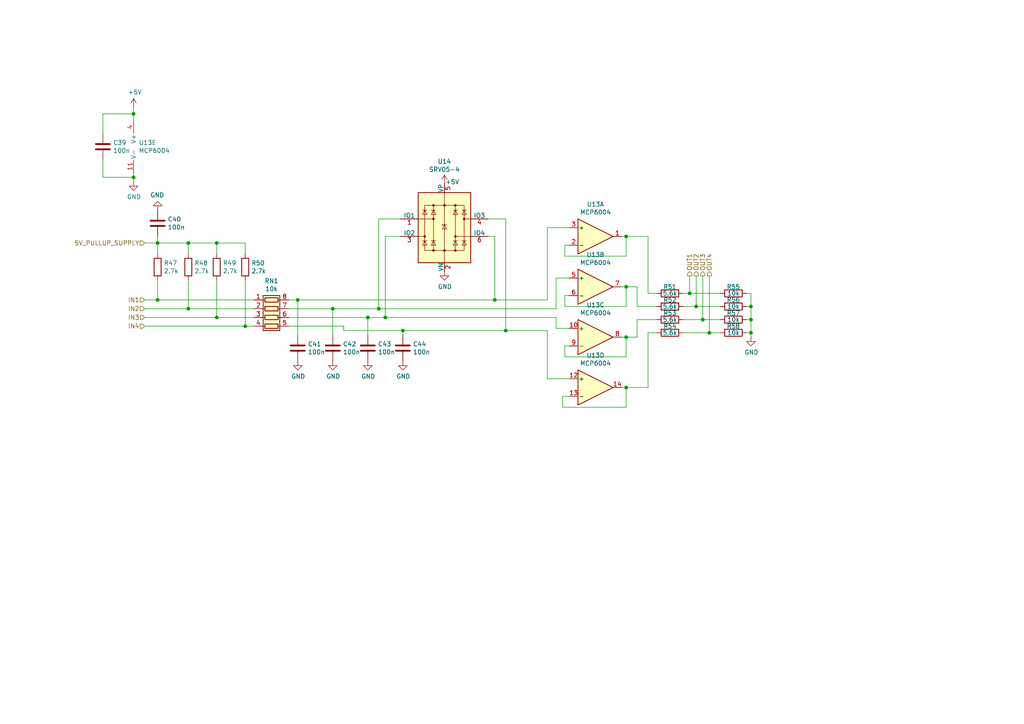
<source format=kicad_sch>
(kicad_sch (version 20250114) (generator "eeschema") (generator_version "9.0")
  (paper "A4")
  (title_block (title "rusEfi Proteus") (date "2022-04-09") (rev "v0.7") (company "rusEFI") (comment 1 "github.com/mck1117/proteus") (comment 2 "rusefi.com/s/proteus"))
  (lib_symbols
    (symbol "Amplifier_Operational:MCP6004" (pin_names (offset 0.127))
      (property "Reference" "U" (at 0 5.08 0))
      (property "Value" "MCP6004" (at 0 -5.08 0))
      (symbol "MCP6004_1_1"
        (polyline (pts (xy -5.08 5.08) (xy 5.08 0) (xy -5.08 -5.08) (xy -5.08 5.08)) (stroke (width 0.254)) (fill (type background)))
        (pin input line (at -7.62 2.54 0) (length 2.54) (name "+") (number "3"))
        (pin input line (at -7.62 -2.54 0) (length 2.54) (name "-") (number "2"))
        (pin output line (at 7.62 0 180) (length 2.54) (name "~") (number "1"))
      )
      (symbol "MCP6004_2_1"
        (polyline (pts (xy -5.08 5.08) (xy 5.08 0) (xy -5.08 -5.08) (xy -5.08 5.08)) (stroke (width 0.254)) (fill (type background)))
        (pin input line (at -7.62 2.54 0) (length 2.54) (name "+") (number "5"))
        (pin input line (at -7.62 -2.54 0) (length 2.54) (name "-") (number "6"))
        (pin output line (at 7.62 0 180) (length 2.54) (name "~") (number "7"))
      )
      (symbol "MCP6004_3_1"
        (polyline (pts (xy -5.08 5.08) (xy 5.08 0) (xy -5.08 -5.08) (xy -5.08 5.08)) (stroke (width 0.254)) (fill (type background)))
        (pin input line (at -7.62 2.54 0) (length 2.54) (name "+") (number "10"))
        (pin input line (at -7.62 -2.54 0) (length 2.54) (name "-") (number "9"))
        (pin output line (at 7.62 0 180) (length 2.54) (name "~") (number "8"))
      )
      (symbol "MCP6004_4_1"
        (polyline (pts (xy -5.08 5.08) (xy 5.08 0) (xy -5.08 -5.08) (xy -5.08 5.08)) (stroke (width 0.254)) (fill (type background)))
        (pin input line (at -7.62 2.54 0) (length 2.54) (name "+") (number "12"))
        (pin input line (at -7.62 -2.54 0) (length 2.54) (name "-") (number "13"))
        (pin output line (at 7.62 0 180) (length 2.54) (name "~") (number "14"))
      )
      (symbol "MCP6004_5_1"
        (pin power_in line (at -2.54 7.62 270) (length 3.81) (name "V+") (number "4"))
        (pin power_in line (at -2.54 -7.62 90) (length 3.81) (name "V-") (number "11"))
      )
    )
    (symbol "Device:C" (pin_numbers (hide yes)) (pin_names (offset 0.254))
      (property "Reference" "C" (at 0.635 2.54 0))
      (property "Value" "C" (at 0.635 -2.54 0))
      (symbol "C_0_1"
        (polyline (pts (xy -2.032 0.762) (xy 2.032 0.762)) (stroke (width 0.508)))
        (polyline (pts (xy -2.032 -0.762) (xy 2.032 -0.762)) (stroke (width 0.508)))
      )
      (symbol "C_1_1"
        (pin passive line (at 0 3.81 270) (length 2.794) (name "~") (number "1"))
        (pin passive line (at 0 -3.81 90) (length 2.794) (name "~") (number "2"))
      )
    )
    (symbol "Device:R" (pin_numbers (hide yes)) (pin_names (offset 0))
      (property "Reference" "R" (at 2.032 0 90))
      (property "Value" "R" (at 0 0 90))
      (symbol "R_0_1"
        (rectangle (start -1.016 -2.54) (end 1.016 2.54) (stroke (width 0.254)))
      )
      (symbol "R_1_1"
        (pin passive line (at 0 3.81 270) (length 1.27) (name "~") (number "1"))
        (pin passive line (at 0 -3.81 90) (length 1.27) (name "~") (number "2"))
      )
    )
    (symbol "Device:R_Pack04" (pin_names (offset 0) (hide yes))
      (property "Reference" "RN" (at -7.62 0 90))
      (property "Value" "R_Pack04" (at 5.08 0 90))
      (symbol "R_Pack04_0_1"
        (rectangle (start -6.35 -2.413) (end 3.81 2.413) (stroke (width 0.254)) (fill (type background)))
        (rectangle (start -5.715 1.905) (end -4.445 -1.905) (stroke (width 0.254)))
        (polyline (pts (xy -5.08 1.905) (xy -5.08 2.54)))
        (polyline (pts (xy -5.08 -2.54) (xy -5.08 -1.905)))
        (rectangle (start -3.175 1.905) (end -1.905 -1.905) (stroke (width 0.254)))
        (polyline (pts (xy -2.54 1.905) (xy -2.54 2.54)))
        (polyline (pts (xy -2.54 -2.54) (xy -2.54 -1.905)))
        (rectangle (start -0.635 1.905) (end 0.635 -1.905) (stroke (width 0.254)))
        (polyline (pts (xy 0 1.905) (xy 0 2.54)))
        (polyline (pts (xy 0 -2.54) (xy 0 -1.905)))
        (rectangle (start 1.905 1.905) (end 3.175 -1.905) (stroke (width 0.254)))
        (polyline (pts (xy 2.54 1.905) (xy 2.54 2.54)))
        (polyline (pts (xy 2.54 -2.54) (xy 2.54 -1.905)))
      )
      (symbol "R_Pack04_1_1"
        (pin passive line (at -5.08 5.08 270) (length 2.54) (name "R1.2") (number "8"))
        (pin passive line (at -5.08 -5.08 90) (length 2.54) (name "R1.1") (number "1"))
        (pin passive line (at -2.54 5.08 270) (length 2.54) (name "R2.2") (number "7"))
        (pin passive line (at -2.54 -5.08 90) (length 2.54) (name "R2.1") (number "2"))
        (pin passive line (at 0 5.08 270) (length 2.54) (name "R3.2") (number "6"))
        (pin passive line (at 0 -5.08 90) (length 2.54) (name "R3.1") (number "3"))
        (pin passive line (at 2.54 5.08 270) (length 2.54) (name "R4.2") (number "5"))
        (pin passive line (at 2.54 -5.08 90) (length 2.54) (name "R4.1") (number "4"))
      )
    )
    (symbol "Power_Protection:SRV05-4" (pin_names (offset 0))
      (property "Reference" "U" (at -5.08 11.43 0))
      (property "Value" "SRV05-4" (at 2.54 11.43 0))
      (symbol "SRV05-4_0_0"
        (rectangle (start -5.715 6.477) (end 5.715 -6.604))
        (polyline (pts (xy -3.175 -6.604) (xy -3.175 6.477)))
        (polyline (pts (xy 3.175 6.477) (xy 3.175 -6.604)))
      )
      (symbol "SRV05-4_0_1"
        (polyline (pts (xy -7.747 2.54) (xy -3.175 2.54)))
        (rectangle (start -7.62 10.16) (end 7.62 -10.16) (stroke (width 0.254)) (fill (type background)))
        (polyline (pts (xy -7.62 -2.54) (xy -5.715 -2.54)))
        (circle (center -5.715 -2.54) (radius 0.2794) (fill (type outline)))
        (polyline (pts (xy -5.08 5.08) (xy -6.35 5.08)))
        (polyline (pts (xy -5.08 3.81) (xy -6.35 3.81) (xy -5.715 5.08) (xy -5.08 3.81)))
        (polyline (pts (xy -5.08 -3.81) (xy -6.35 -3.81)))
        (polyline (pts (xy -5.08 -5.08) (xy -6.35 -5.08) (xy -5.715 -3.81) (xy -5.08 -5.08)))
        (circle (center -3.175 6.477) (radius 0.2794) (fill (type outline)))
        (circle (center -3.175 2.54) (radius 0.2794) (fill (type outline)))
        (circle (center -3.175 -6.604) (radius 0.2794) (fill (type outline)))
        (polyline (pts (xy -2.54 5.08) (xy -3.81 5.08)))
        (polyline (pts (xy -2.54 3.81) (xy -3.81 3.81) (xy -3.175 5.08) (xy -2.54 3.81)))
        (polyline (pts (xy -2.54 -3.81) (xy -3.81 -3.81)))
        (polyline (pts (xy -2.54 -5.08) (xy -3.81 -5.08) (xy -3.175 -3.81) (xy -2.54 -5.08)))
        (polyline (pts (xy 0 10.16) (xy 0 -10.16)))
        (circle (center 0 6.477) (radius 0.2794) (fill (type outline)))
        (circle (center 0 -6.604) (radius 0.2794) (fill (type outline)))
        (polyline (pts (xy 0.635 0.889) (xy -0.635 0.889) (xy -0.635 0.635)))
        (polyline (pts (xy 0.635 -0.381) (xy -0.635 -0.381) (xy 0 0.889) (xy 0.635 -0.381)))
        (circle (center 3.175 6.477) (radius 0.2794) (fill (type outline)))
        (circle (center 3.175 -2.54) (radius 0.2794) (fill (type outline)))
        (circle (center 3.175 -6.604) (radius 0.2794) (fill (type outline)))
        (polyline (pts (xy 3.81 5.08) (xy 2.54 5.08)))
        (polyline (pts (xy 3.81 3.81) (xy 2.54 3.81) (xy 3.175 5.08) (xy 3.81 3.81)))
        (polyline (pts (xy 3.81 -3.81) (xy 2.54 -3.81)))
        (polyline (pts (xy 3.81 -5.08) (xy 2.54 -5.08) (xy 3.175 -3.81) (xy 3.81 -5.08)))
        (circle (center 5.715 2.54) (radius 0.2794) (fill (type outline)))
        (polyline (pts (xy 6.35 5.08) (xy 5.08 5.08)))
        (polyline (pts (xy 6.35 3.81) (xy 5.08 3.81) (xy 5.715 5.08) (xy 6.35 3.81)))
        (polyline (pts (xy 6.35 -3.81) (xy 5.08 -3.81)))
        (polyline (pts (xy 6.35 -5.08) (xy 5.08 -5.08) (xy 5.715 -3.81) (xy 6.35 -5.08)))
        (polyline (pts (xy 7.62 2.54) (xy 5.715 2.54)))
        (polyline (pts (xy 7.62 -2.54) (xy 3.175 -2.54)))
      )
      (symbol "SRV05-4_1_1"
        (pin passive line (at -12.7 2.54 0) (length 5.08) (name "IO1") (number "1"))
        (pin passive line (at -12.7 -2.54 0) (length 5.08) (name "IO2") (number "3"))
        (pin passive line (at 0 12.7 270) (length 2.54) (name "VP") (number "5"))
        (pin passive line (at 0 -12.7 90) (length 2.54) (name "VN") (number "2"))
        (pin passive line (at 12.7 2.54 180) (length 5.08) (name "IO3") (number "4"))
        (pin passive line (at 12.7 -2.54 180) (length 5.08) (name "IO4") (number "6"))
      )
    )
    (symbol "power:+5V" (power) (pin_numbers (hide yes)) (pin_names (offset 0) (hide yes))
      (property "Value" "+5V" (at 0 3.556 0))
      (symbol "+5V_0_1"
        (polyline (pts (xy -0.762 1.27) (xy 0 2.54)))
        (polyline (pts (xy 0 2.54) (xy 0.762 1.27)))
        (polyline (pts (xy 0 0) (xy 0 2.54)))
      )
      (symbol "+5V_1_1"
        (pin power_in line (at 0 0 90) (length 0) (name "~") (number "1"))
      )
    )
    (symbol "power:GND" (power) (pin_numbers (hide yes)) (pin_names (offset 0) (hide yes))
      (property "Value" "GND" (at 0 -3.81 0))
      (symbol "GND_0_1"
        (polyline (pts (xy 0 0) (xy 0 -1.27) (xy 1.27 -1.27) (xy 0 -2.54) (xy -1.27 -1.27) (xy 0 -1.27)))
      )
      (symbol "GND_1_1"
        (pin power_in line (at 0 0 270) (length 0) (name "~") (number "1"))
      )
    )
  )
  (junction (at 181.61 112.395))
  (junction (at 109.855 89.535))
  (junction (at 71.12 94.615))
  (junction (at 38.735 51.435))
  (junction (at 205.74 96.52))
  (junction (at 45.72 86.995))
  (junction (at 217.805 96.52))
  (junction (at 111.76 92.075))
  (junction (at 96.52 89.535))
  (junction (at 181.61 68.58))
  (junction (at 201.93 88.9))
  (junction (at 45.72 70.485))
  (junction (at 38.735 33.02))
  (junction (at 146.685 95.885))
  (junction (at 54.61 89.535))
  (junction (at 116.84 95.885))
  (junction (at 217.805 88.9))
  (junction (at 86.36 86.995))
  (junction (at 203.835 92.71))
  (junction (at 217.805 92.71))
  (junction (at 143.51 86.995))
  (junction (at 62.865 92.075))
  (junction (at 181.61 97.79))
  (junction (at 200.025 85.09))
  (junction (at 106.68 92.075))
  (junction (at 181.61 83.185))
  (junction (at 62.865 70.485))
  (junction (at 54.61 70.485))
  (wire (pts (xy 45.72 70.485) (xy 45.72 73.66)))
  (wire (pts (xy 86.36 86.995) (xy 83.82 86.995)))
  (wire (pts (xy 184.785 83.185) (xy 184.785 88.9)))
  (wire (pts (xy 184.785 88.9) (xy 190.5 88.9)))
  (wire (pts (xy 200.025 85.09) (xy 200.025 80.01)))
  (wire (pts (xy 161.29 95.25) (xy 165.1 95.25)))
  (wire (pts (xy 217.805 97.79) (xy 217.805 96.52)))
  (wire (pts (xy 163.83 85.725) (xy 163.83 88.9)))
  (wire (pts (xy 181.61 68.58) (xy 180.34 68.58)))
  (wire (pts (xy 38.735 33.02) (xy 38.735 34.925)))
  (wire (pts (xy 158.75 95.885) (xy 158.75 109.855)))
  (wire (pts (xy 83.82 89.535) (xy 96.52 89.535)))
  (wire (pts (xy 71.12 94.615) (xy 73.66 94.615)))
  (wire (pts (xy 208.915 96.52) (xy 205.74 96.52)))
  (wire (pts (xy 165.1 80.645) (xy 161.29 80.645)))
  (wire (pts (xy 217.805 85.09) (xy 217.805 88.9)))
  (wire (pts (xy 181.61 83.185) (xy 180.34 83.185)))
  (wire (pts (xy 54.61 70.485) (xy 54.61 73.66)))
  (wire (pts (xy 198.12 92.71) (xy 203.835 92.71)))
  (wire (pts (xy 217.805 96.52) (xy 217.805 92.71)))
  (wire (pts (xy 184.785 92.71) (xy 190.5 92.71)))
  (wire (pts (xy 205.74 96.52) (xy 198.12 96.52)))
  (wire (pts (xy 163.195 114.935) (xy 163.195 118.11)))
  (wire (pts (xy 187.96 85.09) (xy 187.96 68.58)))
  (wire (pts (xy 181.61 112.395) (xy 180.34 112.395)))
  (wire (pts (xy 71.12 70.485) (xy 71.12 73.66)))
  (wire (pts (xy 54.61 89.535) (xy 73.66 89.535)))
  (wire (pts (xy 165.1 100.33) (xy 163.83 100.33)))
  (wire (pts (xy 203.835 92.71) (xy 208.915 92.71)))
  (wire (pts (xy 187.96 68.58) (xy 181.61 68.58)))
  (wire (pts (xy 62.865 70.485) (xy 62.865 73.66)))
  (wire (pts (xy 181.61 97.79) (xy 184.785 97.79)))
  (wire (pts (xy 165.1 71.12) (xy 163.83 71.12)))
  (wire (pts (xy 181.61 88.9) (xy 181.61 83.185)))
  (wire (pts (xy 203.835 80.01) (xy 203.835 92.71)))
  (wire (pts (xy 62.865 70.485) (xy 71.12 70.485)))
  (wire (pts (xy 96.52 89.535) (xy 96.52 97.155)))
  (wire (pts (xy 41.91 92.075) (xy 62.865 92.075)))
  (wire (pts (xy 205.74 96.52) (xy 205.74 80.01)))
  (wire (pts (xy 62.865 81.28) (xy 62.865 92.075)))
  (wire (pts (xy 158.75 109.855) (xy 165.1 109.855)))
  (wire (pts (xy 190.5 96.52) (xy 187.96 96.52)))
  (wire (pts (xy 38.735 31.115) (xy 38.735 33.02)))
  (wire (pts (xy 163.83 71.12) (xy 163.83 74.295)))
  (wire (pts (xy 146.685 95.885) (xy 158.75 95.885)))
  (wire (pts (xy 106.68 92.075) (xy 111.76 92.075)))
  (wire (pts (xy 181.61 118.11) (xy 181.61 112.395)))
  (wire (pts (xy 41.91 89.535) (xy 54.61 89.535)))
  (wire (pts (xy 109.855 63.5) (xy 109.855 89.535)))
  (wire (pts (xy 45.72 81.28) (xy 45.72 86.995)))
  (wire (pts (xy 181.61 74.295) (xy 181.61 68.58)))
  (wire (pts (xy 111.76 68.58) (xy 116.205 68.58)))
  (wire (pts (xy 143.51 68.58) (xy 143.51 86.995)))
  (wire (pts (xy 86.36 86.995) (xy 143.51 86.995)))
  (wire (pts (xy 29.845 38.735) (xy 29.845 33.02)))
  (wire (pts (xy 99.695 94.615) (xy 99.695 95.885)))
  (wire (pts (xy 96.52 89.535) (xy 109.855 89.535)))
  (wire (pts (xy 161.29 92.075) (xy 161.29 95.25)))
  (wire (pts (xy 163.195 118.11) (xy 181.61 118.11)))
  (wire (pts (xy 29.845 33.02) (xy 38.735 33.02)))
  (wire (pts (xy 187.96 112.395) (xy 181.61 112.395)))
  (wire (pts (xy 29.845 51.435) (xy 29.845 46.355)))
  (wire (pts (xy 165.1 114.935) (xy 163.195 114.935)))
  (wire (pts (xy 83.82 92.075) (xy 106.68 92.075)))
  (wire (pts (xy 38.735 51.435) (xy 29.845 51.435)))
  (wire (pts (xy 165.1 85.725) (xy 163.83 85.725)))
  (wire (pts (xy 216.535 85.09) (xy 217.805 85.09)))
  (wire (pts (xy 54.61 70.485) (xy 62.865 70.485)))
  (wire (pts (xy 141.605 68.58) (xy 143.51 68.58)))
  (wire (pts (xy 181.61 97.79) (xy 180.34 97.79)))
  (wire (pts (xy 71.12 81.28) (xy 71.12 94.615)))
  (wire (pts (xy 116.84 95.885) (xy 146.685 95.885)))
  (wire (pts (xy 161.29 80.645) (xy 161.29 89.535)))
  (wire (pts (xy 141.605 63.5) (xy 146.685 63.5)))
  (wire (pts (xy 163.83 100.33) (xy 163.83 103.505)))
  (wire (pts (xy 187.96 96.52) (xy 187.96 112.395)))
  (wire (pts (xy 86.36 97.155) (xy 86.36 86.995)))
  (wire (pts (xy 45.72 68.58) (xy 45.72 70.485)))
  (wire (pts (xy 163.83 74.295) (xy 181.61 74.295)))
  (wire (pts (xy 54.61 81.28) (xy 54.61 89.535)))
  (wire (pts (xy 181.61 83.185) (xy 184.785 83.185)))
  (wire (pts (xy 146.685 63.5) (xy 146.685 95.885)))
  (wire (pts (xy 163.83 88.9) (xy 181.61 88.9)))
  (wire (pts (xy 201.93 80.01) (xy 201.93 88.9)))
  (wire (pts (xy 198.12 85.09) (xy 200.025 85.09)))
  (wire (pts (xy 111.76 92.075) (xy 111.76 68.58)))
  (wire (pts (xy 158.75 86.995) (xy 158.75 66.04)))
  (wire (pts (xy 106.68 92.075) (xy 106.68 97.155)))
  (wire (pts (xy 143.51 86.995) (xy 158.75 86.995)))
  (wire (pts (xy 217.805 92.71) (xy 217.805 88.9)))
  (wire (pts (xy 38.735 51.435) (xy 38.735 50.165)))
  (wire (pts (xy 217.805 92.71) (xy 216.535 92.71)))
  (wire (pts (xy 41.91 94.615) (xy 71.12 94.615)))
  (wire (pts (xy 184.785 97.79) (xy 184.785 92.71)))
  (wire (pts (xy 38.735 52.705) (xy 38.735 51.435)))
  (wire (pts (xy 158.75 66.04) (xy 165.1 66.04)))
  (wire (pts (xy 62.865 92.075) (xy 73.66 92.075)))
  (wire (pts (xy 116.84 97.155) (xy 116.84 95.885)))
  (wire (pts (xy 163.83 103.505) (xy 181.61 103.505)))
  (wire (pts (xy 111.76 92.075) (xy 161.29 92.075)))
  (wire (pts (xy 83.82 94.615) (xy 99.695 94.615)))
  (wire (pts (xy 99.695 95.885) (xy 116.84 95.885)))
  (wire (pts (xy 217.805 88.9) (xy 216.535 88.9)))
  (wire (pts (xy 200.025 85.09) (xy 208.915 85.09)))
  (wire (pts (xy 116.205 63.5) (xy 109.855 63.5)))
  (wire (pts (xy 217.805 96.52) (xy 216.535 96.52)))
  (wire (pts (xy 190.5 85.09) (xy 187.96 85.09)))
  (wire (pts (xy 45.72 86.995) (xy 73.66 86.995)))
  (wire (pts (xy 41.91 70.485) (xy 45.72 70.485)))
  (wire (pts (xy 208.915 88.9) (xy 201.93 88.9)))
  (wire (pts (xy 41.91 86.995) (xy 45.72 86.995)))
  (wire (pts (xy 109.855 89.535) (xy 161.29 89.535)))
  (wire (pts (xy 45.72 70.485) (xy 54.61 70.485)))
  (wire (pts (xy 201.93 88.9) (xy 198.12 88.9)))
  (wire (pts (xy 181.61 103.505) (xy 181.61 97.79)))
  (hierarchical_label "OUT4" (shape output) (at 205.74 80.01 90))
  (hierarchical_label "IN4" (shape input) (at 41.91 94.615 180))
  (hierarchical_label "5V_PULLUP_SUPPLY" (shape input) (at 41.91 70.485 180))
  (hierarchical_label "IN2" (shape input) (at 41.91 89.535 180))
  (hierarchical_label "OUT1" (shape output) (at 200.025 80.01 90))
  (hierarchical_label "IN1" (shape input) (at 41.91 86.995 180))
  (hierarchical_label "OUT2" (shape output) (at 201.93 80.01 90))
  (hierarchical_label "OUT3" (shape output) (at 203.835 80.01 90))
  (hierarchical_label "IN3" (shape input) (at 41.91 92.075 180))
  (symbol (lib_id "Amplifier_Operational:MCP6004") (at 41.275 42.545 0) (unit 5)
    (property "Reference" "U13" (at 40.2082 41.3766 0) (effects (justify left)))
    (property "Value" "MCP6004" (at 40.2082 43.688 0) (effects (justify left)))
    (property "Footprint" "Package_SO:TSSOP-14_4.4x5mm_P0.65mm" (effects (hide yes)))
    (property "Datasheet" "http://ww1.microchip.com/downloads/en/DeviceDoc/21733j.pdf" (effects (hide yes)))
    (property "LCSC" "C50282" (effects (hide yes)))
    (property "LCSC_ext" "1" (effects (hide yes)))
    (property "PN" "MCP6004T-I/ST" (effects (hide yes)))
    (property "possible_not_ext" "1" (effects (hide yes)))
  )
  (symbol (lib_id "Device:R_Pack04") (at 78.74 92.075 270) (unit 1)
    (property "Reference" "RN1" (at 78.74 81.4832 90))
    (property "Value" "10k" (at 78.74 83.7946 90))
    (property "Footprint" "Resistor_SMD:R_Array_Convex_4x0603" (effects (hide yes)))
    (property "Description" "4 resistor network, parallel topology" (effects (hide yes)))
    (property "LCSC" "C29718" (effects (hide yes)))
    (property "LCSC_ext" "0" (effects (hide yes)))
    (property "PN" "CAT16-473J4LF" (effects (hide yes)))
  )
  (symbol (lib_id "Device:R") (at 45.72 77.47 0) (unit 1)
    (property "Reference" "R47" (at 47.498 76.3016 0) (effects (justify left)))
    (property "Value" "2.7k" (at 47.498 78.613 0) (effects (justify left)))
    (property "Footprint" "Resistor_SMD:R_0603_1608Metric" (effects (hide yes)))
    (property "LCSC" "C13167" (effects (hide yes)))
    (property "LCSC_ext" "0" (effects (hide yes)))
  )
  (symbol (lib_id "Device:C") (at 29.845 42.545 0) (unit 1)
    (property "Reference" "C39" (at 32.766 41.3766 0) (effects (justify left)))
    (property "Value" "100n" (at 32.766 43.688 0) (effects (justify left)))
    (property "Footprint" "Capacitor_SMD:C_0603_1608Metric" (effects (hide yes)))
    (property "LCSC" "C14663" (effects (hide yes)))
    (property "LCSC_ext" "0" (effects (hide yes)))
  )
  (symbol (lib_id "power:GND") (at 38.735 52.705 0) (unit 1)
    (property "Reference" "#PWR080" (effects (hide yes)))
    (property "Value" "GND" (at 38.862 57.0992 0))
    (property "Description" "Power symbol creates a global label with name \"GND\" , ground" (effects (hide yes)))
  )
  (symbol (lib_id "power:GND") (at 106.68 104.775 0) (unit 1)
    (property "Reference" "#PWR084" (effects (hide yes)))
    (property "Value" "GND" (at 106.807 109.1692 0))
    (property "Description" "Power symbol creates a global label with name \"GND\" , ground" (effects (hide yes)))
  )
  (symbol (lib_id "power:GND") (at 116.84 104.775 0) (unit 1)
    (property "Reference" "#PWR085" (effects (hide yes)))
    (property "Value" "GND" (at 116.967 109.1692 0))
    (property "Description" "Power symbol creates a global label with name \"GND\" , ground" (effects (hide yes)))
  )
  (symbol (lib_id "power:GND") (at 217.805 97.79 0) (unit 1)
    (property "Reference" "#PWR088" (effects (hide yes)))
    (property "Value" "GND" (at 217.932 102.1842 0))
    (property "Description" "Power symbol creates a global label with name \"GND\" , ground" (effects (hide yes)))
  )
  (symbol (lib_id "Device:C") (at 45.72 64.77 0) (unit 1)
    (property "Reference" "C40" (at 48.641 63.6016 0) (effects (justify left)))
    (property "Value" "100n" (at 48.641 65.913 0) (effects (justify left)))
    (property "Footprint" "Capacitor_SMD:C_0603_1608Metric" (effects (hide yes)))
    (property "LCSC" "C14663" (effects (hide yes)))
    (property "LCSC_ext" "0" (effects (hide yes)))
  )
  (symbol (lib_id "power:GND") (at 45.72 60.96 180) (unit 1)
    (property "Reference" "#PWR081" (effects (hide yes)))
    (property "Value" "GND" (at 45.593 56.5658 0))
    (property "Description" "Power symbol creates a global label with name \"GND\" , ground" (effects (hide yes)))
  )
  (symbol (lib_id "Device:R") (at 54.61 77.47 0) (unit 1)
    (property "Reference" "R48" (at 56.388 76.3016 0) (effects (justify left)))
    (property "Value" "2.7k" (at 56.388 78.613 0) (effects (justify left)))
    (property "Footprint" "Resistor_SMD:R_0603_1608Metric" (effects (hide yes)))
    (property "LCSC" "C13167" (effects (hide yes)))
    (property "LCSC_ext" "0" (effects (hide yes)))
  )
  (symbol (lib_id "Device:R") (at 62.865 77.47 0) (unit 1)
    (property "Reference" "R49" (at 64.643 76.3016 0) (effects (justify left)))
    (property "Value" "2.7k" (at 64.643 78.613 0) (effects (justify left)))
    (property "Footprint" "Resistor_SMD:R_0603_1608Metric" (effects (hide yes)))
    (property "LCSC" "C13167" (effects (hide yes)))
    (property "LCSC_ext" "0" (effects (hide yes)))
  )
  (symbol (lib_id "Device:R") (at 71.12 77.47 0) (unit 1)
    (property "Reference" "R50" (at 72.898 76.3016 0) (effects (justify left)))
    (property "Value" "2.7k" (at 72.898 78.613 0) (effects (justify left)))
    (property "Footprint" "Resistor_SMD:R_0603_1608Metric" (effects (hide yes)))
    (property "LCSC" "C13167" (effects (hide yes)))
    (property "LCSC_ext" "0" (effects (hide yes)))
  )
  (symbol (lib_id "Amplifier_Operational:MCP6004") (at 172.72 68.58 0) (unit 1)
    (property "Reference" "U13" (at 172.72 59.2582 0))
    (property "Value" "MCP6004" (at 172.72 61.5696 0))
    (property "Footprint" "Package_SO:TSSOP-14_4.4x5mm_P0.65mm" (effects (hide yes)))
    (property "Datasheet" "http://ww1.microchip.com/downloads/en/DeviceDoc/21733j.pdf" (effects (hide yes)))
    (property "LCSC" "C50282" (effects (hide yes)))
    (property "LCSC_ext" "1" (effects (hide yes)))
    (property "PN" "MCP6004T-I/ST" (effects (hide yes)))
    (property "possible_not_ext" "1" (effects (hide yes)))
  )
  (symbol (lib_id "Amplifier_Operational:MCP6004") (at 172.72 83.185 0) (unit 2)
    (property "Reference" "U13" (at 172.72 73.8632 0))
    (property "Value" "MCP6004" (at 172.72 76.1746 0))
    (property "Footprint" "Package_SO:TSSOP-14_4.4x5mm_P0.65mm" (effects (hide yes)))
    (property "Datasheet" "http://ww1.microchip.com/downloads/en/DeviceDoc/21733j.pdf" (effects (hide yes)))
    (property "LCSC" "C50282" (effects (hide yes)))
    (property "LCSC_ext" "1" (effects (hide yes)))
    (property "PN" "MCP6004T-I/ST" (effects (hide yes)))
    (property "possible_not_ext" "1" (effects (hide yes)))
  )
  (symbol (lib_id "Amplifier_Operational:MCP6004") (at 172.72 97.79 0) (unit 3)
    (property "Reference" "U13" (at 172.72 88.4682 0))
    (property "Value" "MCP6004" (at 172.72 90.7796 0))
    (property "Footprint" "Package_SO:TSSOP-14_4.4x5mm_P0.65mm" (effects (hide yes)))
    (property "Datasheet" "http://ww1.microchip.com/downloads/en/DeviceDoc/21733j.pdf" (effects (hide yes)))
    (property "LCSC" "C50282" (effects (hide yes)))
    (property "LCSC_ext" "1" (effects (hide yes)))
    (property "PN" "MCP6004T-I/ST" (effects (hide yes)))
    (property "possible_not_ext" "1" (effects (hide yes)))
  )
  (symbol (lib_id "Amplifier_Operational:MCP6004") (at 172.72 112.395 0) (unit 4)
    (property "Reference" "U13" (at 172.72 103.0732 0))
    (property "Value" "MCP6004" (at 172.72 105.3846 0))
    (property "Footprint" "Package_SO:TSSOP-14_4.4x5mm_P0.65mm" (effects (hide yes)))
    (property "Datasheet" "http://ww1.microchip.com/downloads/en/DeviceDoc/21733j.pdf" (effects (hide yes)))
    (property "LCSC" "C50282" (effects (hide yes)))
    (property "LCSC_ext" "1" (effects (hide yes)))
    (property "PN" "MCP6004T-I/ST" (effects (hide yes)))
    (property "possible_not_ext" "1" (effects (hide yes)))
  )
  (symbol (lib_id "power:GND") (at 86.36 104.775 0) (unit 1)
    (property "Reference" "#PWR082" (effects (hide yes)))
    (property "Value" "GND" (at 86.487 109.1692 0))
    (property "Description" "Power symbol creates a global label with name \"GND\" , ground" (effects (hide yes)))
  )
  (symbol (lib_id "power:GND") (at 96.52 104.775 0) (unit 1)
    (property "Reference" "#PWR083" (effects (hide yes)))
    (property "Value" "GND" (at 96.647 109.1692 0))
    (property "Description" "Power symbol creates a global label with name \"GND\" , ground" (effects (hide yes)))
  )
  (symbol (lib_id "power:+5V") (at 38.735 31.115 0) (unit 1)
    (property "Reference" "#PWR079" (effects (hide yes)))
    (property "Value" "+5V" (at 39.116 26.7208 0))
    (property "Description" "Power symbol creates a global label with name \"+5V\"" (effects (hide yes)))
  )
  (symbol (lib_id "Device:C") (at 86.36 100.965 0) (unit 1)
    (property "Reference" "C41" (at 89.281 99.7966 0) (effects (justify left)))
    (property "Value" "100n" (at 89.281 102.108 0) (effects (justify left)))
    (property "Footprint" "Capacitor_SMD:C_0402_1005Metric" (effects (hide yes)))
    (property "LCSC" "C1525" (effects (hide yes)))
    (property "LCSC_ext" "0" (effects (hide yes)))
  )
  (symbol (lib_id "Device:C") (at 96.52 100.965 0) (unit 1)
    (property "Reference" "C42" (at 99.441 99.7966 0) (effects (justify left)))
    (property "Value" "100n" (at 99.441 102.108 0) (effects (justify left)))
    (property "Footprint" "Capacitor_SMD:C_0402_1005Metric" (effects (hide yes)))
    (property "LCSC" "C1525" (effects (hide yes)))
    (property "LCSC_ext" "0" (effects (hide yes)))
  )
  (symbol (lib_id "Device:C") (at 106.68 100.965 0) (unit 1)
    (property "Reference" "C43" (at 109.601 99.7966 0) (effects (justify left)))
    (property "Value" "100n" (at 109.601 102.108 0) (effects (justify left)))
    (property "Footprint" "Capacitor_SMD:C_0402_1005Metric" (effects (hide yes)))
    (property "LCSC" "C1525" (effects (hide yes)))
    (property "LCSC_ext" "0" (effects (hide yes)))
  )
  (symbol (lib_id "Device:C") (at 116.84 100.965 0) (unit 1)
    (property "Reference" "C44" (at 119.761 99.7966 0) (effects (justify left)))
    (property "Value" "100n" (at 119.761 102.108 0) (effects (justify left)))
    (property "Footprint" "Capacitor_SMD:C_0402_1005Metric" (effects (hide yes)))
    (property "LCSC" "C1525" (effects (hide yes)))
    (property "LCSC_ext" "0" (effects (hide yes)))
  )
  (symbol (lib_id "Power_Protection:SRV05-4") (at 128.905 66.04 0) (unit 1)
    (property "Reference" "U14" (at 128.905 46.8376 0))
    (property "Value" "SRV05-4" (at 128.905 49.149 0))
    (property "Footprint" "Package_TO_SOT_SMD:SOT-23-6" (effects (hide yes)))
    (property "Datasheet" "http://www.onsemi.com/pub/Collateral/SRV05-4-D.PDF" (effects (hide yes)))
    (property "LCSC" "C85364" (effects (hide yes)))
    (property "LCSC_ext" "0" (effects (hide yes)))
  )
  (symbol (lib_id "power:GND") (at 128.905 78.74 0) (unit 1)
    (property "Reference" "#PWR087" (effects (hide yes)))
    (property "Value" "GND" (at 129.032 83.1342 0))
    (property "Description" "Power symbol creates a global label with name \"GND\" , ground" (effects (hide yes)))
  )
  (symbol (lib_id "power:+5V") (at 128.905 53.34 0) (unit 1)
    (property "Reference" "#PWR086" (effects (hide yes)))
    (property "Value" "+5V" (at 131.191 52.7558 0))
    (property "Description" "Power symbol creates a global label with name \"+5V\"" (effects (hide yes)))
  )
  (symbol (lib_id "Device:R") (at 194.31 85.09 270) (unit 1)
    (property "Reference" "R51" (at 194.31 83.185 90))
    (property "Value" "5.6k" (at 194.31 85.09 90))
    (property "Footprint" "Resistor_SMD:R_0402_1005Metric" (effects (hide yes)))
    (property "LCSC" "C25908" (effects (hide yes)))
    (property "LCSC_ext" "0" (effects (hide yes)))
  )
  (symbol (lib_id "Device:R") (at 194.31 88.9 270) (unit 1)
    (property "Reference" "R52" (at 194.31 86.995 90))
    (property "Value" "5.6k" (at 194.31 88.9 90))
    (property "Footprint" "Resistor_SMD:R_0402_1005Metric" (effects (hide yes)))
    (property "LCSC" "C25908" (effects (hide yes)))
    (property "LCSC_ext" "0" (effects (hide yes)))
  )
  (symbol (lib_id "Device:R") (at 194.31 92.71 270) (unit 1)
    (property "Reference" "R53" (at 194.31 90.805 90))
    (property "Value" "5.6k" (at 194.31 92.71 90))
    (property "Footprint" "Resistor_SMD:R_0402_1005Metric" (effects (hide yes)))
    (property "LCSC" "C25908" (effects (hide yes)))
    (property "LCSC_ext" "0" (effects (hide yes)))
  )
  (symbol (lib_id "Device:R") (at 194.31 96.52 270) (unit 1)
    (property "Reference" "R54" (at 194.31 94.615 90))
    (property "Value" "5.6k" (at 194.31 96.52 90))
    (property "Footprint" "Resistor_SMD:R_0402_1005Metric" (effects (hide yes)))
    (property "LCSC" "C25908" (effects (hide yes)))
    (property "LCSC_ext" "0" (effects (hide yes)))
  )
  (symbol (lib_id "Device:R") (at 212.725 85.09 270) (unit 1)
    (property "Reference" "R55" (at 212.725 83.185 90))
    (property "Value" "10k" (at 212.725 85.09 90))
    (property "Footprint" "Resistor_SMD:R_0402_1005Metric" (effects (hide yes)))
    (property "LCSC" "C25744" (effects (hide yes)))
    (property "LCSC_ext" "0" (effects (hide yes)))
  )
  (symbol (lib_id "Device:R") (at 212.725 88.9 270) (unit 1)
    (property "Reference" "R56" (at 212.725 86.995 90))
    (property "Value" "10k" (at 212.725 88.9 90))
    (property "Footprint" "Resistor_SMD:R_0402_1005Metric" (effects (hide yes)))
    (property "LCSC" "C25744" (effects (hide yes)))
    (property "LCSC_ext" "0" (effects (hide yes)))
  )
  (symbol (lib_id "Device:R") (at 212.725 92.71 270) (unit 1)
    (property "Reference" "R57" (at 212.725 90.805 90))
    (property "Value" "10k" (at 212.725 92.71 90))
    (property "Footprint" "Resistor_SMD:R_0402_1005Metric" (effects (hide yes)))
    (property "LCSC" "C25744" (effects (hide yes)))
    (property "LCSC_ext" "0" (effects (hide yes)))
  )
  (symbol (lib_id "Device:R") (at 212.725 96.52 270) (unit 1)
    (property "Reference" "R58" (at 212.725 94.615 90))
    (property "Value" "10k" (at 212.725 96.52 90))
    (property "Footprint" "Resistor_SMD:R_0402_1005Metric" (effects (hide yes)))
    (property "LCSC" "C25744" (effects (hide yes)))
    (property "LCSC_ext" "0" (effects (hide yes)))
  )
)
</source>
